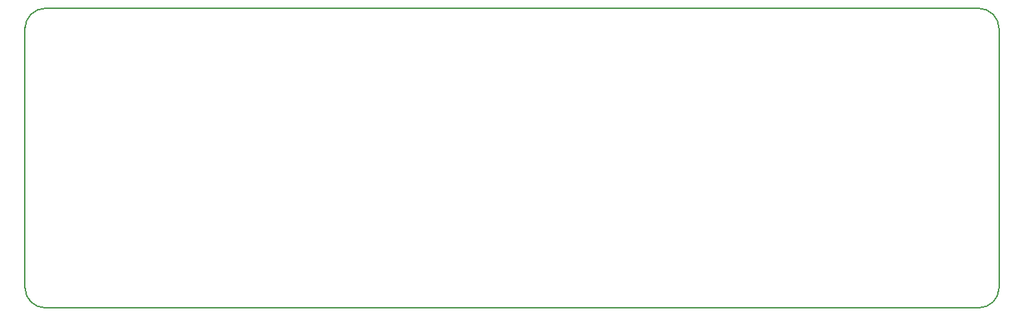
<source format=gko>
G04*
G04 #@! TF.GenerationSoftware,Altium Limited,Altium Designer,22.9.1 (49)*
G04*
G04 Layer_Color=16711935*
%FSLAX44Y44*%
%MOMM*%
G71*
G04*
G04 #@! TF.SameCoordinates,C968DB6C-065F-4184-BE5B-E643EC6D71FD*
G04*
G04*
G04 #@! TF.FilePolarity,Positive*
G04*
G01*
G75*
%ADD10C,0.1500*%
D10*
X1200000Y345000D02*
G03*
X1175000Y370000I-25000J0D01*
G01*
Y0D02*
G03*
X1200000Y25000I0J25000D01*
G01*
X0D02*
G03*
X25000Y0I25000J0D01*
G01*
Y370000D02*
G03*
X0Y345000I0J-25000D01*
G01*
X23000Y370000D02*
X1175000D01*
X1200000Y25000D02*
Y345000D01*
X25000Y0D02*
X1175000D01*
X0Y25000D02*
Y347000D01*
M02*

</source>
